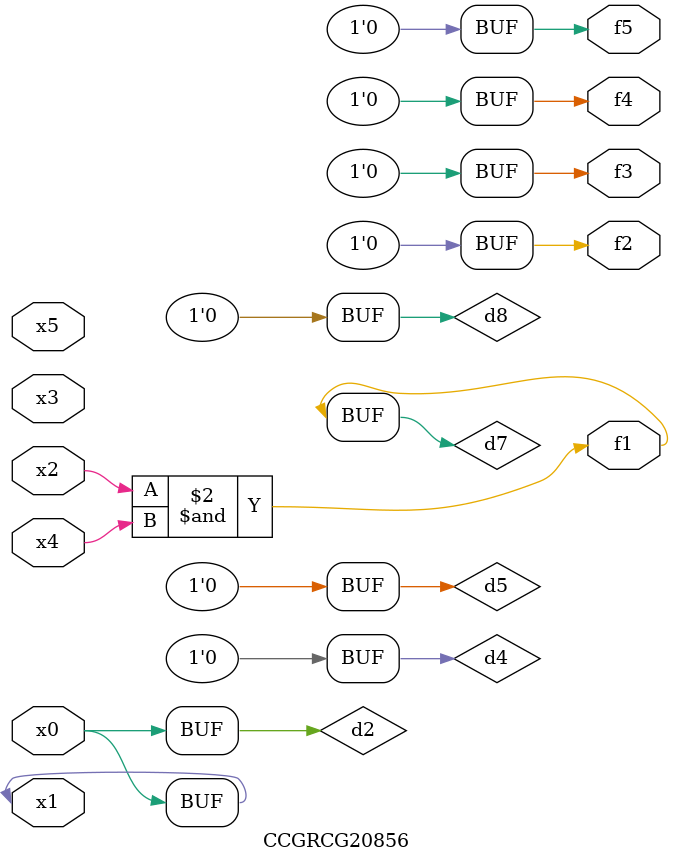
<source format=v>
module CCGRCG20856(
	input x0, x1, x2, x3, x4, x5,
	output f1, f2, f3, f4, f5
);

	wire d1, d2, d3, d4, d5, d6, d7, d8, d9;

	nand (d1, x1);
	buf (d2, x0, x1);
	nand (d3, x2, x4);
	and (d4, d1, d2);
	and (d5, d1, d2);
	nand (d6, d1, d3);
	not (d7, d3);
	xor (d8, d5);
	nor (d9, d5, d6);
	assign f1 = d7;
	assign f2 = d8;
	assign f3 = d8;
	assign f4 = d8;
	assign f5 = d8;
endmodule

</source>
